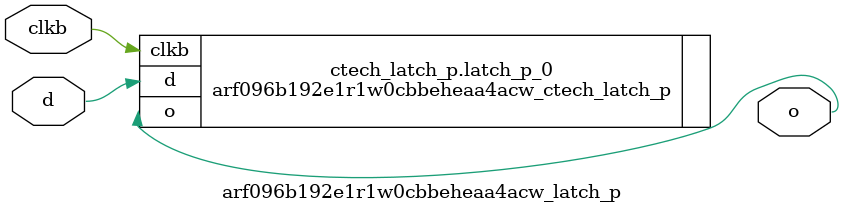
<source format=sv>

`ifndef ARF096B192E1R1W0CBBEHEAA4ACW_LATCH_P_SV
`define ARF096B192E1R1W0CBBEHEAA4ACW_LATCH_P_SV

module arf096b192e1r1w0cbbeheaa4acw_latch_p #
(
  parameter CTECH = 1
)
(
  output logic o,
  input  logic d,
  input  logic clkb
);

  if (CTECH == 1) begin: ctech_latch_p
    arf096b192e1r1w0cbbeheaa4acw_ctech_latch_p latch_p_0 (.o(o),.d(d),.clkb(clkb));
  end
  else begin
    always_latch begin
      if (~clkb) begin
        o <= d;
      end
    end
  end

endmodule // arf096b192e1r1w0cbbeheaa4acw_latch_p

`endif // ARF096B192E1R1W0CBBEHEAA4ACW_LATCH_P_SV
</source>
